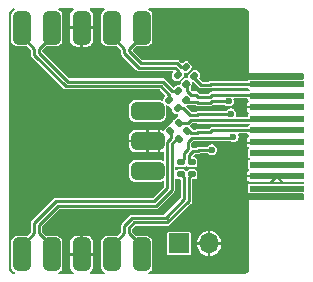
<source format=gbr>
%TF.GenerationSoftware,KiCad,Pcbnew,7.0.10*%
%TF.CreationDate,2024-02-18T21:52:23+13:00*%
%TF.ProjectId,dvi-sock,6476692d-736f-4636-9b2e-6b696361645f,rev?*%
%TF.SameCoordinates,Original*%
%TF.FileFunction,Copper,L1,Top*%
%TF.FilePolarity,Positive*%
%FSLAX46Y46*%
G04 Gerber Fmt 4.6, Leading zero omitted, Abs format (unit mm)*
G04 Created by KiCad (PCBNEW 7.0.10) date 2024-02-18 21:52:23*
%MOMM*%
%LPD*%
G01*
G04 APERTURE LIST*
G04 Aperture macros list*
%AMRoundRect*
0 Rectangle with rounded corners*
0 $1 Rounding radius*
0 $2 $3 $4 $5 $6 $7 $8 $9 X,Y pos of 4 corners*
0 Add a 4 corners polygon primitive as box body*
4,1,4,$2,$3,$4,$5,$6,$7,$8,$9,$2,$3,0*
0 Add four circle primitives for the rounded corners*
1,1,$1+$1,$2,$3*
1,1,$1+$1,$4,$5*
1,1,$1+$1,$6,$7*
1,1,$1+$1,$8,$9*
0 Add four rect primitives between the rounded corners*
20,1,$1+$1,$2,$3,$4,$5,0*
20,1,$1+$1,$4,$5,$6,$7,0*
20,1,$1+$1,$6,$7,$8,$9,0*
20,1,$1+$1,$8,$9,$2,$3,0*%
G04 Aperture macros list end*
%TA.AperFunction,SMDPad,CuDef*%
%ADD10R,4.600000X0.530000*%
%TD*%
%TA.AperFunction,SMDPad,CuDef*%
%ADD11RoundRect,0.135000X-0.226274X-0.035355X-0.035355X-0.226274X0.226274X0.035355X0.035355X0.226274X0*%
%TD*%
%TA.AperFunction,ComponentPad*%
%ADD12R,1.700000X1.700000*%
%TD*%
%TA.AperFunction,ComponentPad*%
%ADD13O,1.700000X1.700000*%
%TD*%
%TA.AperFunction,ComponentPad*%
%ADD14RoundRect,0.381000X-0.381000X-1.019000X0.381000X-1.019000X0.381000X1.019000X-0.381000X1.019000X0*%
%TD*%
%TA.AperFunction,ComponentPad*%
%ADD15C,0.700000*%
%TD*%
%TA.AperFunction,SMDPad,CuDef*%
%ADD16RoundRect,0.135000X0.185000X-0.135000X0.185000X0.135000X-0.185000X0.135000X-0.185000X-0.135000X0*%
%TD*%
%TA.AperFunction,SMDPad,CuDef*%
%ADD17RoundRect,0.135000X0.035355X-0.226274X0.226274X-0.035355X-0.035355X0.226274X-0.226274X0.035355X0*%
%TD*%
%TA.AperFunction,ComponentPad*%
%ADD18RoundRect,0.381000X0.381000X1.019000X-0.381000X1.019000X-0.381000X-1.019000X0.381000X-1.019000X0*%
%TD*%
%TA.AperFunction,ComponentPad*%
%ADD19RoundRect,0.381000X1.019000X-0.381000X1.019000X0.381000X-1.019000X0.381000X-1.019000X-0.381000X0*%
%TD*%
%TA.AperFunction,ViaPad*%
%ADD20C,0.600000*%
%TD*%
%TA.AperFunction,Conductor*%
%ADD21C,0.130000*%
%TD*%
%TA.AperFunction,Conductor*%
%ADD22C,0.250000*%
%TD*%
%TA.AperFunction,Conductor*%
%ADD23C,0.200000*%
%TD*%
G04 APERTURE END LIST*
D10*
%TO.P,U1,19 HEAC+*%
%TO.N,N/C*%
X164426455Y-89024222D03*
%TO.P,U1,17 DDC/CEC GND*%
%TO.N,GND*%
X164426455Y-87964222D03*
%TO.P,U1,15 DDC*%
%TO.N,N/C*%
X164426455Y-86994222D03*
%TO.P,U1,13 CEC*%
X164426455Y-86024222D03*
%TO.P,U1,11 TMDS CLK GND*%
%TO.N,GND*%
X164426455Y-85054222D03*
%TO.P,U1,9 TMDS Channel 0-*%
%TO.N,/D0-*%
X164426455Y-84084222D03*
%TO.P,U1,7 TMDS Channel 0+*%
%TO.N,/D0+*%
X164426455Y-83114222D03*
%TO.P,U1,5 TMDS Channel 1 GND*%
%TO.N,GND*%
X164426455Y-82144222D03*
%TO.P,U1,3 TMDS Channel 2-*%
%TO.N,/D2-*%
X164426455Y-81174222D03*
%TO.P,U1,1 TMDS Channel 2+*%
%TO.N,/D2+*%
X164426455Y-80204222D03*
%TD*%
D11*
%TO.P,R2,1*%
%TO.N,/PICO_D2-*%
X156039376Y-79439376D03*
%TO.P,R2,2*%
%TO.N,/D2-*%
X156760624Y-80160624D03*
%TD*%
D12*
%TO.P,J5,1,Pin_1*%
%TO.N,+5V*%
X156170212Y-93667214D03*
D13*
%TO.P,J5,2,Pin_2*%
%TO.N,GND*%
X158710212Y-93667214D03*
%TD*%
D14*
%TO.P,J1,1,Pin_1*%
%TO.N,/PICO_D0+*%
X142840000Y-94600000D03*
D15*
X142840000Y-95500000D03*
D14*
%TO.P,J1,2,Pin_2*%
%TO.N,/PICO_D0-*%
X145380000Y-94600000D03*
D15*
X145380000Y-95500000D03*
D14*
%TO.P,J1,3,Pin_3*%
%TO.N,GND*%
X147920000Y-94600000D03*
D15*
X147920000Y-95500000D03*
D14*
%TO.P,J1,4,Pin_4*%
%TO.N,/PICO_CK+*%
X150460000Y-94600000D03*
D15*
X150460000Y-95500000D03*
D14*
%TO.P,J1,5,Pin_5*%
%TO.N,/PICO_CK-*%
X153000000Y-94600000D03*
D15*
X153000000Y-95500000D03*
%TD*%
D16*
%TO.P,R8,1*%
%TO.N,/PICO_CK-*%
X157250000Y-87810000D03*
%TO.P,R8,2*%
%TO.N,/CK-*%
X157250000Y-86790000D03*
%TD*%
D17*
%TO.P,R6,1*%
%TO.N,/PICO_D0-*%
X156139376Y-84860624D03*
%TO.P,R6,2*%
%TO.N,/D0-*%
X156860624Y-84139376D03*
%TD*%
D11*
%TO.P,R1,1*%
%TO.N,/PICO_D2+*%
X156739376Y-78739376D03*
%TO.P,R1,2*%
%TO.N,/D2+*%
X157460624Y-79460624D03*
%TD*%
D16*
%TO.P,R7,1*%
%TO.N,/PICO_CK+*%
X156300000Y-87810000D03*
%TO.P,R7,2*%
%TO.N,/CK+*%
X156300000Y-86790000D03*
%TD*%
D11*
%TO.P,R3,1*%
%TO.N,/PICO_D1+*%
X156039376Y-80789376D03*
%TO.P,R3,2*%
%TO.N,/D1+*%
X156760624Y-81510624D03*
%TD*%
D18*
%TO.P,J2,1,Pin_1*%
%TO.N,/PICO_D2+*%
X153000000Y-75400000D03*
D15*
X153000000Y-74500000D03*
D18*
%TO.P,J2,2,Pin_2*%
%TO.N,/PICO_D2-*%
X150460000Y-75400000D03*
D15*
X150460000Y-74500000D03*
D18*
%TO.P,J2,3,Pin_3*%
%TO.N,GND*%
X147920000Y-75400000D03*
D15*
X147920000Y-74500000D03*
D18*
%TO.P,J2,4,Pin_4*%
%TO.N,/PICO_D1+*%
X145380000Y-75400000D03*
D15*
X145380000Y-74500000D03*
D18*
%TO.P,J2,5,Pin_5*%
%TO.N,/PICO_D1-*%
X142840000Y-75400000D03*
D15*
X142840000Y-74500000D03*
%TD*%
D19*
%TO.P,J3,1,Pin_1*%
%TO.N,unconnected-(J3-Pin_1-Pad1)*%
X153500000Y-87540000D03*
D15*
X154400000Y-87540000D03*
D19*
%TO.P,J3,2,Pin_2*%
%TO.N,GND*%
X153500000Y-85000000D03*
D15*
X154400000Y-85000000D03*
D19*
%TO.P,J3,3,Pin_3*%
%TO.N,unconnected-(J3-Pin_3-Pad3)*%
X153500000Y-82460000D03*
D15*
X154400000Y-82460000D03*
%TD*%
D17*
%TO.P,R5,1*%
%TO.N,/PICO_D0+*%
X155439376Y-84160624D03*
%TO.P,R5,2*%
%TO.N,/D0+*%
X156160624Y-83439376D03*
%TD*%
D11*
%TO.P,R4,1*%
%TO.N,/PICO_D1-*%
X155339376Y-81489376D03*
%TO.P,R4,2*%
%TO.N,/D1-*%
X156060624Y-82210624D03*
%TD*%
D20*
%TO.N,/D1+*%
X160354214Y-81634126D03*
%TO.N,/D1-*%
X160547031Y-82688189D03*
%TO.N,/CK+*%
X160752702Y-84642061D03*
%TO.N,/CK-*%
X158943771Y-85736178D03*
%TO.N,GND*%
X155350000Y-82600000D03*
X143260000Y-77370000D03*
X156010000Y-89470000D03*
X158440000Y-79620000D03*
X154500000Y-86300000D03*
X150950000Y-92570000D03*
X157430000Y-80520000D03*
X157540000Y-89750000D03*
X157450000Y-82250000D03*
X154800000Y-74250000D03*
X152600000Y-92600000D03*
X157500000Y-83750000D03*
X154600000Y-81200000D03*
X143300000Y-92500000D03*
X142300000Y-85000000D03*
X154950000Y-95800000D03*
X144900000Y-92500000D03*
X152670000Y-77280000D03*
X155250000Y-79600000D03*
X158200000Y-74250000D03*
X154500000Y-83700000D03*
X157500000Y-85300000D03*
X154500000Y-88800000D03*
X158100000Y-95800000D03*
X144990000Y-77350000D03*
X150950000Y-77440000D03*
%TD*%
D21*
%TO.N,GND*%
X164426455Y-87964222D02*
X159325778Y-87964222D01*
X159325778Y-87964222D02*
X157540000Y-89750000D01*
X164426455Y-85054222D02*
X164343616Y-85137061D01*
X164343616Y-85137061D02*
X157662939Y-85137061D01*
X157662939Y-85137061D02*
X157500000Y-85300000D01*
D22*
%TO.N,/CK+*%
X160752702Y-84642061D02*
X160649764Y-84744999D01*
X160649764Y-84744999D02*
X157233599Y-84744999D01*
%TO.N,/D2+*%
X164426455Y-80204222D02*
X158845778Y-80204222D01*
X158845778Y-80204222D02*
X158800000Y-80250000D01*
%TO.N,/D2-*%
X158800000Y-81250000D02*
X158970874Y-81079126D01*
X164331359Y-81079126D02*
X164426455Y-81174222D01*
X158970874Y-81079126D02*
X164331359Y-81079126D01*
%TO.N,/D1+*%
X160354214Y-81634126D02*
X158915874Y-81634126D01*
X158915874Y-81634126D02*
X158800000Y-81750000D01*
D21*
%TO.N,GND*%
X164426455Y-82144222D02*
X157555778Y-82144222D01*
X157555778Y-82144222D02*
X157450000Y-82250000D01*
D22*
%TO.N,/D0+*%
X156160624Y-83439376D02*
X156960624Y-83439376D01*
X157705011Y-83194989D02*
X157760022Y-83250000D01*
X156960624Y-83439376D02*
X157205011Y-83194989D01*
X157205011Y-83194989D02*
X157705011Y-83194989D01*
X157760022Y-83250000D02*
X164290677Y-83250000D01*
X164290677Y-83250000D02*
X164426455Y-83114222D01*
%TO.N,/D1-*%
X160547031Y-82688189D02*
X160485220Y-82750000D01*
X160485220Y-82750000D02*
X157771417Y-82750000D01*
X157771417Y-82750000D02*
X157716406Y-82805011D01*
X157716406Y-82805011D02*
X157086310Y-82805011D01*
X157086310Y-82805011D02*
X156491923Y-82210624D01*
X156491923Y-82210624D02*
X156060624Y-82210624D01*
%TO.N,/D0-*%
X158800000Y-84250000D02*
X158965778Y-84084222D01*
X158965778Y-84084222D02*
X164426455Y-84084222D01*
%TO.N,/PICO_CK-*%
X153000000Y-93900000D02*
X151920000Y-92820000D01*
X151920000Y-92348702D02*
X152378702Y-91890000D01*
X151920000Y-92820000D02*
X151920000Y-92348702D01*
X155178702Y-91890000D02*
X156965000Y-90103702D01*
X156965000Y-90103702D02*
X156965000Y-88095000D01*
X153000000Y-93900000D02*
X153168702Y-93900000D01*
X152378702Y-91890000D02*
X155178702Y-91890000D01*
X156965000Y-88095000D02*
X157250000Y-87810000D01*
%TO.N,/PICO_CK+*%
X150460000Y-93900000D02*
X151540000Y-92820000D01*
X155021298Y-91510000D02*
X156585000Y-89946298D01*
X151540000Y-92191298D02*
X152221298Y-91510000D01*
X156585000Y-89946298D02*
X156585000Y-88095000D01*
X151540000Y-92820000D02*
X151540000Y-92191298D01*
X156585000Y-88095000D02*
X156300000Y-87810000D01*
X152221298Y-91510000D02*
X155021298Y-91510000D01*
D21*
%TO.N,GND*%
X154400000Y-85000000D02*
X154500000Y-85100000D01*
X154400000Y-85000000D02*
X154500000Y-84900000D01*
X147920000Y-76100000D02*
X147920000Y-77180000D01*
X147920000Y-93900000D02*
X147920000Y-92870000D01*
D23*
X154500000Y-85100000D02*
X154500000Y-86300000D01*
X154500000Y-84900000D02*
X154500000Y-83700000D01*
D22*
%TO.N,/PICO_D0-*%
X155540000Y-89128702D02*
X155540000Y-85210000D01*
X154178702Y-90490000D02*
X155540000Y-89128702D01*
X155889376Y-84860624D02*
X156139376Y-84860624D01*
X144300000Y-92068702D02*
X145878702Y-90490000D01*
X145878702Y-90490000D02*
X154178702Y-90490000D01*
X145380000Y-93900000D02*
X144300000Y-92820000D01*
X144300000Y-92820000D02*
X144300000Y-92068702D01*
X155540000Y-85210000D02*
X155889376Y-84860624D01*
%TO.N,/PICO_D0+*%
X143920000Y-92820000D02*
X143920000Y-91911298D01*
X155500000Y-84712570D02*
X155500000Y-84221248D01*
X155500000Y-84221248D02*
X155439376Y-84160624D01*
X155159980Y-88971318D02*
X155159980Y-85052590D01*
X143920000Y-91911298D02*
X145721298Y-90110000D01*
X145721298Y-90110000D02*
X154021298Y-90110000D01*
X142840000Y-93900000D02*
X143920000Y-92820000D01*
X155159980Y-85052590D02*
X155500000Y-84712570D01*
X154021298Y-90110000D02*
X155159980Y-88971318D01*
%TO.N,/PICO_D1-*%
X142840000Y-76100000D02*
X143920000Y-77180000D01*
X143920000Y-77688702D02*
X146571298Y-80340000D01*
X154621299Y-80340000D02*
X155339376Y-81058077D01*
X146571298Y-80340000D02*
X154621299Y-80340000D01*
X143920000Y-77180000D02*
X143920000Y-77688702D01*
X155339376Y-81058077D02*
X155339376Y-81489376D01*
%TO.N,/PICO_D1+*%
X155608077Y-80789376D02*
X156039376Y-80789376D01*
X154778701Y-79960000D02*
X155608077Y-80789376D01*
X144300000Y-77531298D02*
X146728702Y-79960000D01*
X144300000Y-77180000D02*
X144300000Y-77531298D01*
X146728702Y-79960000D02*
X154778701Y-79960000D01*
X145380000Y-76100000D02*
X144300000Y-77180000D01*
%TO.N,/PICO_D2-*%
X156039376Y-79008077D02*
X156039376Y-79439376D01*
X155821299Y-78790000D02*
X156039376Y-79008077D01*
X151540000Y-77180000D02*
X151540000Y-77558702D01*
X150460000Y-76100000D02*
X151540000Y-77180000D01*
X151540000Y-77558702D02*
X152771298Y-78790000D01*
X152771298Y-78790000D02*
X155821299Y-78790000D01*
%TO.N,/PICO_D2+*%
X151920000Y-77180000D02*
X151920000Y-77401298D01*
X151920000Y-77401298D02*
X152928702Y-78410000D01*
X156308077Y-78739376D02*
X156739376Y-78739376D01*
X152928702Y-78410000D02*
X155978701Y-78410000D01*
X153000000Y-76100000D02*
X151920000Y-77180000D01*
X155978701Y-78410000D02*
X156308077Y-78739376D01*
%TO.N,/D2+*%
X157460624Y-79689207D02*
X158021417Y-80250000D01*
X157460624Y-79460624D02*
X157460624Y-79689207D01*
X158021417Y-80250000D02*
X158800000Y-80250000D01*
%TO.N,/D2-*%
X156760624Y-80160624D02*
X156967959Y-80160624D01*
X156874989Y-80786406D02*
X157163594Y-81075011D01*
X157605011Y-81075011D02*
X157780000Y-81250000D01*
X156967959Y-80160624D02*
X156874989Y-80253594D01*
X156874989Y-80253594D02*
X156874989Y-80786406D01*
X157163594Y-81075011D02*
X157605011Y-81075011D01*
X157780000Y-81250000D02*
X158800000Y-81250000D01*
%TO.N,/D1+*%
X156760624Y-81510624D02*
X156944989Y-81694989D01*
X157716406Y-81694989D02*
X157771417Y-81750000D01*
X156944989Y-81694989D02*
X157716406Y-81694989D01*
X157771417Y-81750000D02*
X158800000Y-81750000D01*
%TO.N,/D0-*%
X157771417Y-84250000D02*
X158800000Y-84250000D01*
X157716406Y-84305011D02*
X157771417Y-84250000D01*
X156860624Y-84139376D02*
X157017959Y-84139376D01*
X157183594Y-84305011D02*
X157716406Y-84305011D01*
X157017959Y-84139376D02*
X157183594Y-84305011D01*
%TO.N,/CK+*%
X156939299Y-85039299D02*
X156939299Y-85660701D01*
X156300000Y-86790000D02*
X156600000Y-86490000D01*
X156939299Y-85660701D02*
X156600000Y-86000000D01*
X156939299Y-85039299D02*
X157233599Y-84744999D01*
X156600000Y-86490000D02*
X156600000Y-86000000D01*
%TO.N,/CK-*%
X157250000Y-86790000D02*
X157000000Y-86540000D01*
X157871402Y-85750000D02*
X158800000Y-85750000D01*
X157766401Y-85855001D02*
X157871402Y-85750000D01*
X157000000Y-86540000D02*
X157000000Y-86200000D01*
X157000000Y-86200000D02*
X157344999Y-85855001D01*
X157344999Y-85855001D02*
X157766401Y-85855001D01*
%TD*%
%TA.AperFunction,Conductor*%
%TO.N,GND*%
G36*
X155926500Y-88163823D02*
G01*
X155941826Y-88175583D01*
X155950859Y-88184616D01*
X156048502Y-88227730D01*
X156072377Y-88230500D01*
X156235500Y-88230499D01*
X156283066Y-88247811D01*
X156308376Y-88291649D01*
X156309500Y-88304499D01*
X156309500Y-89801530D01*
X156292187Y-89849096D01*
X156287826Y-89853856D01*
X154928856Y-91212826D01*
X154882980Y-91234218D01*
X154876530Y-91234500D01*
X152255718Y-91234500D01*
X152241281Y-91233078D01*
X152221298Y-91229103D01*
X152221297Y-91229103D01*
X152194166Y-91234500D01*
X152194165Y-91234500D01*
X152178181Y-91237679D01*
X152113804Y-91250484D01*
X152113802Y-91250485D01*
X152071833Y-91278525D01*
X152071834Y-91278526D01*
X152045677Y-91296005D01*
X152045676Y-91296006D01*
X152045674Y-91296007D01*
X152037972Y-91301153D01*
X152022673Y-91311376D01*
X152022672Y-91311377D01*
X152011351Y-91328319D01*
X152002151Y-91339529D01*
X151369529Y-91972151D01*
X151358319Y-91981351D01*
X151341377Y-91992672D01*
X151341375Y-91992674D01*
X151280484Y-92083804D01*
X151279422Y-92087306D01*
X151279063Y-92090952D01*
X151259103Y-92191298D01*
X151263078Y-92211281D01*
X151264500Y-92225718D01*
X151264500Y-92675231D01*
X151247187Y-92722797D01*
X151242826Y-92727557D01*
X150942214Y-93028168D01*
X150896337Y-93049560D01*
X150884837Y-93049375D01*
X150884822Y-93049632D01*
X150882614Y-93049500D01*
X150037387Y-93049500D01*
X150037385Y-93049501D01*
X149951983Y-93059755D01*
X149951979Y-93059756D01*
X149816057Y-93113356D01*
X149699639Y-93201638D01*
X149699638Y-93201639D01*
X149611356Y-93318057D01*
X149557757Y-93453976D01*
X149547500Y-93539387D01*
X149547500Y-95660612D01*
X149547501Y-95660614D01*
X149557755Y-95746016D01*
X149557756Y-95746020D01*
X149557756Y-95746022D01*
X149557757Y-95746023D01*
X149557983Y-95746595D01*
X149611356Y-95881942D01*
X149696901Y-95994750D01*
X149699639Y-95998361D01*
X149816057Y-96086643D01*
X149838472Y-96095482D01*
X149876371Y-96129036D01*
X149883835Y-96179102D01*
X149857371Y-96222252D01*
X149811338Y-96238323D01*
X148666054Y-96238501D01*
X148618485Y-96221196D01*
X148593168Y-96177362D01*
X148601950Y-96127511D01*
X148620994Y-96105792D01*
X148715375Y-96033372D01*
X148715376Y-96033371D01*
X148808500Y-95912009D01*
X148808502Y-95912005D01*
X148867045Y-95770670D01*
X148882000Y-95657075D01*
X148882000Y-94700000D01*
X146958001Y-94700000D01*
X146958001Y-95657075D01*
X146972954Y-95770668D01*
X146972955Y-95770672D01*
X147031497Y-95912005D01*
X147031499Y-95912009D01*
X147124623Y-96033371D01*
X147124628Y-96033376D01*
X147219307Y-96106025D01*
X147246505Y-96148716D01*
X147239898Y-96198902D01*
X147202578Y-96233100D01*
X147174271Y-96238733D01*
X146027193Y-96238912D01*
X145979624Y-96221607D01*
X145954307Y-96177773D01*
X145963089Y-96127922D01*
X146000035Y-96096071D01*
X146023943Y-96086643D01*
X146140361Y-95998361D01*
X146228643Y-95881943D01*
X146282243Y-95746023D01*
X146292500Y-95660611D01*
X146292499Y-94500000D01*
X146958000Y-94500000D01*
X147820000Y-94500000D01*
X147820000Y-94390764D01*
X147884237Y-94400000D01*
X147955763Y-94400000D01*
X148020000Y-94390764D01*
X148020000Y-94500000D01*
X148881999Y-94500000D01*
X148881999Y-93542924D01*
X148867045Y-93429331D01*
X148867044Y-93429327D01*
X148808502Y-93287994D01*
X148808500Y-93287990D01*
X148715376Y-93166628D01*
X148715371Y-93166623D01*
X148594009Y-93073499D01*
X148594005Y-93073497D01*
X148452670Y-93014954D01*
X148339075Y-93000000D01*
X148020000Y-93000000D01*
X148020000Y-93409235D01*
X147955763Y-93400000D01*
X147884237Y-93400000D01*
X147820000Y-93409235D01*
X147820000Y-93000000D01*
X147500924Y-93000000D01*
X147387331Y-93014954D01*
X147387327Y-93014955D01*
X147245994Y-93073497D01*
X147245990Y-93073499D01*
X147124628Y-93166623D01*
X147124623Y-93166628D01*
X147031499Y-93287990D01*
X147031497Y-93287994D01*
X146972954Y-93429329D01*
X146958000Y-93542924D01*
X146958000Y-94500000D01*
X146292499Y-94500000D01*
X146292499Y-93539390D01*
X146284773Y-93475048D01*
X146282244Y-93453983D01*
X146282243Y-93453979D01*
X146282243Y-93453977D01*
X146228643Y-93318057D01*
X146140361Y-93201639D01*
X146094186Y-93166623D01*
X146023942Y-93113356D01*
X145888023Y-93059757D01*
X145802612Y-93049500D01*
X144957390Y-93049500D01*
X144955183Y-93049633D01*
X144955111Y-93048439D01*
X144909593Y-93037764D01*
X144897785Y-93028169D01*
X144597174Y-92727558D01*
X144575782Y-92681682D01*
X144575500Y-92675232D01*
X144575500Y-92213470D01*
X144592813Y-92165904D01*
X144597174Y-92161144D01*
X145971144Y-90787174D01*
X146017020Y-90765782D01*
X146023470Y-90765500D01*
X154144282Y-90765500D01*
X154158718Y-90766921D01*
X154178702Y-90770897D01*
X154178703Y-90770897D01*
X154183324Y-90769977D01*
X154205834Y-90765500D01*
X154205835Y-90765500D01*
X154286197Y-90749515D01*
X154328167Y-90721471D01*
X154354324Y-90703994D01*
X154354325Y-90703992D01*
X154362339Y-90698638D01*
X154362340Y-90698636D01*
X154377326Y-90688624D01*
X154388646Y-90671681D01*
X154397843Y-90660474D01*
X155710473Y-89347843D01*
X155721676Y-89338649D01*
X155738624Y-89327326D01*
X155799515Y-89236197D01*
X155815500Y-89155835D01*
X155815500Y-89155834D01*
X155820897Y-89128702D01*
X155816922Y-89108717D01*
X155815500Y-89094281D01*
X155815500Y-88227909D01*
X155832813Y-88180343D01*
X155876650Y-88155033D01*
X155926500Y-88163823D01*
G37*
%TD.AperFunction*%
%TA.AperFunction,Conductor*%
G36*
X161962835Y-84377035D02*
G01*
X161983637Y-84405406D01*
X161984688Y-84407944D01*
X162017950Y-84457725D01*
X162017951Y-84457726D01*
X162048182Y-84477926D01*
X162078114Y-84518748D01*
X162074803Y-84569258D01*
X162048182Y-84600984D01*
X161982263Y-84645029D01*
X161982262Y-84645030D01*
X161938058Y-84711186D01*
X161926455Y-84769524D01*
X161926455Y-85338919D01*
X161938058Y-85397257D01*
X161982262Y-85463413D01*
X161982263Y-85463414D01*
X162048182Y-85507459D01*
X162078114Y-85548280D01*
X162074803Y-85598791D01*
X162048184Y-85630516D01*
X162017951Y-85650717D01*
X162017950Y-85650718D01*
X161984688Y-85700499D01*
X161984688Y-85700500D01*
X161975955Y-85744402D01*
X161975955Y-86304042D01*
X161984688Y-86347944D01*
X162017951Y-86397726D01*
X162067733Y-86430989D01*
X162096162Y-86436644D01*
X162139437Y-86462904D01*
X162155707Y-86510837D01*
X162137361Y-86558014D01*
X162096162Y-86581799D01*
X162086287Y-86583764D01*
X162067732Y-86587455D01*
X162017951Y-86620717D01*
X162017950Y-86620718D01*
X161984688Y-86670499D01*
X161975955Y-86714402D01*
X161975955Y-87274041D01*
X161984688Y-87317944D01*
X162017950Y-87367725D01*
X162017951Y-87367726D01*
X162048182Y-87387926D01*
X162078114Y-87428748D01*
X162074803Y-87479258D01*
X162048182Y-87510984D01*
X161982263Y-87555029D01*
X161982262Y-87555030D01*
X161938058Y-87621186D01*
X161926455Y-87679524D01*
X161926455Y-88248919D01*
X161938058Y-88307257D01*
X161982262Y-88373413D01*
X161982263Y-88373414D01*
X162048419Y-88417618D01*
X162106758Y-88429222D01*
X163820034Y-88429222D01*
X164102876Y-88429222D01*
X164750034Y-88429222D01*
X164426455Y-88105643D01*
X164102876Y-88429221D01*
X164102876Y-88429222D01*
X163820034Y-88429222D01*
X164374129Y-87875127D01*
X164420005Y-87853735D01*
X164468900Y-87866836D01*
X164478781Y-87875127D01*
X165032876Y-88429222D01*
X166652000Y-88429222D01*
X166699566Y-88446535D01*
X166724876Y-88490372D01*
X166726000Y-88503222D01*
X166726000Y-88534722D01*
X166708687Y-88582288D01*
X166664850Y-88607598D01*
X166652000Y-88608722D01*
X162111635Y-88608722D01*
X162089684Y-88613088D01*
X162067732Y-88617455D01*
X162017951Y-88650717D01*
X162017950Y-88650718D01*
X161984688Y-88700499D01*
X161984688Y-88700500D01*
X161975955Y-88744402D01*
X161975955Y-89304042D01*
X161984688Y-89347944D01*
X162017951Y-89397726D01*
X162067733Y-89430989D01*
X162111635Y-89439722D01*
X166652000Y-89439722D01*
X166699566Y-89457035D01*
X166724876Y-89500872D01*
X166726000Y-89513722D01*
X166726000Y-89914700D01*
X166708687Y-89962266D01*
X166664850Y-89987576D01*
X166652000Y-89988700D01*
X162142809Y-89988700D01*
X162138461Y-89987835D01*
X162125998Y-89987835D01*
X162123911Y-89988699D01*
X162123912Y-89988700D01*
X162117963Y-89991164D01*
X162114635Y-89999199D01*
X162114635Y-90011661D01*
X162115500Y-90016010D01*
X162115500Y-95735643D01*
X162115492Y-95735697D01*
X162115497Y-95745158D01*
X162114869Y-95754816D01*
X162100264Y-95866218D01*
X162095272Y-95884887D01*
X162054193Y-95984184D01*
X162044535Y-96000926D01*
X161979144Y-96086201D01*
X161965482Y-96099870D01*
X161880244Y-96165303D01*
X161863509Y-96174969D01*
X161764228Y-96216103D01*
X161745559Y-96221105D01*
X161633492Y-96235855D01*
X161623847Y-96236488D01*
X153650196Y-96237727D01*
X153602628Y-96220422D01*
X153577311Y-96176588D01*
X153586093Y-96126737D01*
X153623040Y-96094886D01*
X153643940Y-96086644D01*
X153643939Y-96086644D01*
X153643943Y-96086643D01*
X153760361Y-95998361D01*
X153848643Y-95881943D01*
X153902243Y-95746023D01*
X153912500Y-95660611D01*
X153912499Y-94532034D01*
X155169712Y-94532034D01*
X155178445Y-94575936D01*
X155211708Y-94625718D01*
X155261490Y-94658981D01*
X155305392Y-94667714D01*
X155305393Y-94667714D01*
X157035031Y-94667714D01*
X157035032Y-94667714D01*
X157078934Y-94658981D01*
X157128716Y-94625718D01*
X157161979Y-94575936D01*
X157170712Y-94532034D01*
X157170712Y-93767214D01*
X157664980Y-93767214D01*
X157675404Y-93873051D01*
X157735445Y-94070978D01*
X157832943Y-94253383D01*
X157832949Y-94253392D01*
X157964157Y-94413268D01*
X158124033Y-94544476D01*
X158124042Y-94544482D01*
X158306447Y-94641980D01*
X158504374Y-94702021D01*
X158610212Y-94712444D01*
X158610212Y-94157978D01*
X158674449Y-94167214D01*
X158745975Y-94167214D01*
X158810212Y-94157978D01*
X158810212Y-94712444D01*
X158916049Y-94702021D01*
X159113976Y-94641980D01*
X159296381Y-94544482D01*
X159296390Y-94544476D01*
X159456266Y-94413268D01*
X159587474Y-94253392D01*
X159587480Y-94253383D01*
X159684978Y-94070978D01*
X159745019Y-93873051D01*
X159755444Y-93767214D01*
X159201958Y-93767214D01*
X159210212Y-93739103D01*
X159210212Y-93595325D01*
X159201958Y-93567214D01*
X159755443Y-93567214D01*
X159745019Y-93461376D01*
X159684978Y-93263449D01*
X159587480Y-93081044D01*
X159587474Y-93081035D01*
X159456266Y-92921159D01*
X159296390Y-92789951D01*
X159296381Y-92789945D01*
X159113976Y-92692447D01*
X158916049Y-92632406D01*
X158810212Y-92621982D01*
X158810212Y-93176449D01*
X158745975Y-93167214D01*
X158674449Y-93167214D01*
X158610212Y-93176449D01*
X158610212Y-92621982D01*
X158504374Y-92632406D01*
X158306447Y-92692447D01*
X158124042Y-92789945D01*
X158124033Y-92789951D01*
X157964157Y-92921159D01*
X157832949Y-93081035D01*
X157832943Y-93081044D01*
X157735445Y-93263449D01*
X157675404Y-93461376D01*
X157664980Y-93567214D01*
X158218466Y-93567214D01*
X158210212Y-93595325D01*
X158210212Y-93739103D01*
X158218466Y-93767214D01*
X157664980Y-93767214D01*
X157170712Y-93767214D01*
X157170712Y-92802394D01*
X157161979Y-92758492D01*
X157128716Y-92708710D01*
X157088265Y-92681682D01*
X157078934Y-92675447D01*
X157077848Y-92675231D01*
X157035032Y-92666714D01*
X155305392Y-92666714D01*
X155283441Y-92671080D01*
X155261489Y-92675447D01*
X155211708Y-92708709D01*
X155211707Y-92708710D01*
X155178445Y-92758491D01*
X155178445Y-92758492D01*
X155169712Y-92802394D01*
X155169712Y-94532034D01*
X153912499Y-94532034D01*
X153912499Y-93539390D01*
X153904773Y-93475048D01*
X153902244Y-93453983D01*
X153902243Y-93453979D01*
X153902243Y-93453977D01*
X153848643Y-93318057D01*
X153760361Y-93201639D01*
X153714186Y-93166623D01*
X153643942Y-93113356D01*
X153508023Y-93059757D01*
X153422612Y-93049500D01*
X152577390Y-93049500D01*
X152575183Y-93049633D01*
X152575111Y-93048439D01*
X152529593Y-93037764D01*
X152517785Y-93028169D01*
X152217174Y-92727558D01*
X152195782Y-92681682D01*
X152195500Y-92675232D01*
X152195500Y-92493470D01*
X152212813Y-92445904D01*
X152217174Y-92441144D01*
X152471144Y-92187174D01*
X152517020Y-92165782D01*
X152523470Y-92165500D01*
X155144282Y-92165500D01*
X155158718Y-92166921D01*
X155178702Y-92170897D01*
X155178703Y-92170897D01*
X155183324Y-92169977D01*
X155205834Y-92165500D01*
X155205835Y-92165500D01*
X155286197Y-92149515D01*
X155345452Y-92109922D01*
X155354324Y-92103994D01*
X155354324Y-92103992D01*
X155362337Y-92098639D01*
X155362338Y-92098637D01*
X155377326Y-92088624D01*
X155388646Y-92071681D01*
X155397843Y-92060474D01*
X157135473Y-90322843D01*
X157146676Y-90313649D01*
X157163624Y-90302326D01*
X157224515Y-90211197D01*
X157240500Y-90130835D01*
X157240500Y-90130834D01*
X157245897Y-90103702D01*
X157241922Y-90083717D01*
X157240500Y-90069281D01*
X157240500Y-88304499D01*
X157257813Y-88256933D01*
X157301650Y-88231623D01*
X157314500Y-88230499D01*
X157477622Y-88230499D01*
X157501498Y-88227730D01*
X157599141Y-88184616D01*
X157674616Y-88109141D01*
X157717730Y-88011498D01*
X157720500Y-87987623D01*
X157720499Y-87632378D01*
X157717730Y-87608502D01*
X157674616Y-87510859D01*
X157599141Y-87435384D01*
X157501498Y-87392270D01*
X157477623Y-87389500D01*
X157477619Y-87389500D01*
X157022377Y-87389500D01*
X156998504Y-87392269D01*
X156900858Y-87435384D01*
X156827326Y-87508917D01*
X156781450Y-87530309D01*
X156732555Y-87517208D01*
X156722674Y-87508917D01*
X156649142Y-87435385D01*
X156649141Y-87435384D01*
X156551498Y-87392270D01*
X156527623Y-87389500D01*
X156527619Y-87389500D01*
X156072377Y-87389500D01*
X156048504Y-87392269D01*
X155950858Y-87435384D01*
X155941826Y-87444417D01*
X155895950Y-87465809D01*
X155847055Y-87452708D01*
X155818021Y-87411244D01*
X155815500Y-87392091D01*
X155815500Y-87207909D01*
X155832813Y-87160343D01*
X155876650Y-87135033D01*
X155926500Y-87143823D01*
X155941826Y-87155583D01*
X155950859Y-87164616D01*
X156048502Y-87207730D01*
X156072377Y-87210500D01*
X156527622Y-87210499D01*
X156551498Y-87207730D01*
X156649141Y-87164616D01*
X156722674Y-87091083D01*
X156768550Y-87069691D01*
X156817445Y-87082792D01*
X156827326Y-87091083D01*
X156900859Y-87164616D01*
X156998502Y-87207730D01*
X157022377Y-87210500D01*
X157477622Y-87210499D01*
X157501498Y-87207730D01*
X157599141Y-87164616D01*
X157674616Y-87089141D01*
X157717730Y-86991498D01*
X157720500Y-86967623D01*
X157720499Y-86612378D01*
X157717730Y-86588502D01*
X157674616Y-86490859D01*
X157599141Y-86415384D01*
X157501498Y-86372270D01*
X157477623Y-86369500D01*
X157477619Y-86369500D01*
X157398768Y-86369500D01*
X157351202Y-86352187D01*
X157325892Y-86308350D01*
X157334682Y-86258500D01*
X157346442Y-86243174D01*
X157437441Y-86152175D01*
X157483317Y-86130783D01*
X157489767Y-86130501D01*
X157731981Y-86130501D01*
X157746417Y-86131922D01*
X157766401Y-86135898D01*
X157766402Y-86135898D01*
X157771023Y-86134978D01*
X157793533Y-86130501D01*
X157793534Y-86130501D01*
X157873896Y-86114516D01*
X157915866Y-86086472D01*
X157942023Y-86068995D01*
X157942024Y-86068993D01*
X157950038Y-86063639D01*
X157950039Y-86063637D01*
X157965025Y-86053625D01*
X157965027Y-86053621D01*
X157970178Y-86048472D01*
X157972374Y-86050668D01*
X158002652Y-86028460D01*
X158023371Y-86025500D01*
X158564578Y-86025500D01*
X158612144Y-86042813D01*
X158620504Y-86051041D01*
X158645718Y-86080141D01*
X158645719Y-86080142D01*
X158645722Y-86080145D01*
X158754702Y-86150182D01*
X158878999Y-86186678D01*
X159008543Y-86186678D01*
X159132840Y-86150182D01*
X159241820Y-86080145D01*
X159326653Y-85982241D01*
X159380468Y-85864404D01*
X159398904Y-85736178D01*
X159380468Y-85607952D01*
X159326653Y-85490115D01*
X159241820Y-85392211D01*
X159150990Y-85333838D01*
X159132839Y-85322173D01*
X159008543Y-85285678D01*
X158878999Y-85285678D01*
X158754702Y-85322173D01*
X158645725Y-85392209D01*
X158645718Y-85392214D01*
X158596550Y-85448959D01*
X158552316Y-85473570D01*
X158540624Y-85474500D01*
X157905822Y-85474500D01*
X157891385Y-85473078D01*
X157871402Y-85469103D01*
X157871401Y-85469103D01*
X157844270Y-85474500D01*
X157844269Y-85474500D01*
X157828285Y-85477679D01*
X157763908Y-85490484D01*
X157763906Y-85490485D01*
X157721937Y-85518525D01*
X157721938Y-85518526D01*
X157700775Y-85532668D01*
X157695780Y-85536006D01*
X157695778Y-85536007D01*
X157688076Y-85541153D01*
X157672777Y-85551376D01*
X157667625Y-85556529D01*
X157665428Y-85554332D01*
X157635151Y-85576541D01*
X157614432Y-85579501D01*
X157379419Y-85579501D01*
X157364982Y-85578079D01*
X157348050Y-85574711D01*
X157344999Y-85574104D01*
X157344998Y-85574104D01*
X157303235Y-85582411D01*
X157253206Y-85574711D01*
X157219830Y-85536653D01*
X157214799Y-85509833D01*
X157214799Y-85184067D01*
X157232112Y-85136501D01*
X157236473Y-85131741D01*
X157326041Y-85042173D01*
X157371917Y-85020781D01*
X157378367Y-85020499D01*
X160486563Y-85020499D01*
X160526569Y-85032245D01*
X160563633Y-85056065D01*
X160687930Y-85092561D01*
X160817474Y-85092561D01*
X160941771Y-85056065D01*
X161050751Y-84986028D01*
X161135584Y-84888124D01*
X161189399Y-84770287D01*
X161207835Y-84642061D01*
X161189399Y-84513835D01*
X161166850Y-84464462D01*
X161162840Y-84414003D01*
X161192201Y-84372770D01*
X161234164Y-84359722D01*
X161915269Y-84359722D01*
X161962835Y-84377035D01*
G37*
%TD.AperFunction*%
%TA.AperFunction,Conductor*%
G36*
X142203818Y-73784041D02*
G01*
X142234634Y-73824199D01*
X142232426Y-73874770D01*
X142200335Y-73910951D01*
X142196058Y-73913356D01*
X142079639Y-74001638D01*
X142079638Y-74001639D01*
X141991356Y-74118057D01*
X141937757Y-74253976D01*
X141927500Y-74339387D01*
X141927500Y-76460612D01*
X141927501Y-76460614D01*
X141937755Y-76546016D01*
X141937756Y-76546020D01*
X141937756Y-76546022D01*
X141937757Y-76546023D01*
X141947476Y-76570668D01*
X141991356Y-76681942D01*
X142014157Y-76712009D01*
X142079639Y-76798361D01*
X142196057Y-76886643D01*
X142331977Y-76940243D01*
X142417389Y-76950500D01*
X143262610Y-76950499D01*
X143262612Y-76950499D01*
X143264820Y-76950367D01*
X143264894Y-76951606D01*
X143310279Y-76962151D01*
X143322214Y-76971830D01*
X143622826Y-77272442D01*
X143644218Y-77318318D01*
X143644500Y-77324768D01*
X143644500Y-77654281D01*
X143643078Y-77668717D01*
X143639103Y-77688701D01*
X143639103Y-77688702D01*
X143644500Y-77715834D01*
X143660485Y-77796197D01*
X143721377Y-77887327D01*
X143738314Y-77898644D01*
X143749529Y-77907847D01*
X146352151Y-80510469D01*
X146361353Y-80521682D01*
X146372673Y-80538623D01*
X146372674Y-80538624D01*
X146392649Y-80551971D01*
X146392653Y-80551974D01*
X146463804Y-80599516D01*
X146571297Y-80620897D01*
X146571298Y-80620897D01*
X146571299Y-80620897D01*
X146591283Y-80616922D01*
X146605719Y-80615500D01*
X154476531Y-80615500D01*
X154524097Y-80632813D01*
X154528857Y-80637174D01*
X155010553Y-81118870D01*
X155031945Y-81164746D01*
X155018844Y-81213641D01*
X155010553Y-81223522D01*
X154881085Y-81352990D01*
X154866161Y-81371830D01*
X154866159Y-81371834D01*
X154827603Y-81471360D01*
X154827603Y-81520634D01*
X154810290Y-81568200D01*
X154766453Y-81593510D01*
X154726456Y-81589475D01*
X154646023Y-81557757D01*
X154560612Y-81547500D01*
X152439387Y-81547500D01*
X152439385Y-81547501D01*
X152353983Y-81557755D01*
X152353979Y-81557756D01*
X152218057Y-81611356D01*
X152101639Y-81699638D01*
X152101638Y-81699639D01*
X152013356Y-81816057D01*
X151959757Y-81951976D01*
X151949500Y-82037387D01*
X151949500Y-82882612D01*
X151949501Y-82882614D01*
X151959755Y-82968016D01*
X151959756Y-82968020D01*
X152013356Y-83103942D01*
X152045677Y-83146563D01*
X152101639Y-83220361D01*
X152218057Y-83308643D01*
X152353977Y-83362243D01*
X152439389Y-83372500D01*
X154560610Y-83372499D01*
X154560612Y-83372499D01*
X154560612Y-83372498D01*
X154625963Y-83364651D01*
X154646016Y-83362244D01*
X154646017Y-83362243D01*
X154646023Y-83362243D01*
X154781943Y-83308643D01*
X154898361Y-83220361D01*
X154986643Y-83103943D01*
X155040243Y-82968023D01*
X155050500Y-82882611D01*
X155050499Y-82037390D01*
X155050498Y-82037387D01*
X155050414Y-82035973D01*
X155050499Y-82035687D01*
X155050499Y-82035178D01*
X155050651Y-82035178D01*
X155064854Y-81987457D01*
X155107101Y-81959574D01*
X155151014Y-81962549D01*
X155151119Y-81962589D01*
X155151122Y-81962592D01*
X155250652Y-82001149D01*
X155270497Y-82001149D01*
X155318063Y-82018462D01*
X155322823Y-82022823D01*
X155514392Y-82214392D01*
X155522417Y-82217313D01*
X155547727Y-82261150D01*
X155548851Y-82274000D01*
X155548851Y-82299349D01*
X155566235Y-82344223D01*
X155587408Y-82398878D01*
X155602332Y-82417719D01*
X155853529Y-82668915D01*
X155872370Y-82683840D01*
X155971900Y-82722397D01*
X155971901Y-82722397D01*
X156026000Y-82722397D01*
X156073566Y-82739710D01*
X156098876Y-82783547D01*
X156100000Y-82796397D01*
X156100000Y-82866025D01*
X156082687Y-82913591D01*
X156052732Y-82935028D01*
X155972371Y-82966159D01*
X155953530Y-82981083D01*
X155953523Y-82981089D01*
X155702333Y-83232280D01*
X155687409Y-83251120D01*
X155687407Y-83251123D01*
X155648046Y-83352731D01*
X155614720Y-83390832D01*
X155607247Y-83392752D01*
X155388006Y-83611993D01*
X155382687Y-83626608D01*
X155352732Y-83648045D01*
X155251123Y-83687407D01*
X155232282Y-83702331D01*
X155232275Y-83702337D01*
X154981085Y-83953528D01*
X154966161Y-83972368D01*
X154966159Y-83972372D01*
X154925126Y-84078294D01*
X154922007Y-84077085D01*
X154902966Y-84109227D01*
X154855209Y-84126005D01*
X154816883Y-84112755D01*
X154816209Y-84113924D01*
X154812005Y-84111497D01*
X154670670Y-84052954D01*
X154557075Y-84038000D01*
X153600000Y-84038000D01*
X153600000Y-85961999D01*
X154557075Y-85961999D01*
X154670668Y-85947045D01*
X154670672Y-85947044D01*
X154782162Y-85900864D01*
X154832732Y-85898656D01*
X154872891Y-85929471D01*
X154884480Y-85969231D01*
X154884480Y-86623064D01*
X154867167Y-86670630D01*
X154823330Y-86695940D01*
X154783333Y-86691905D01*
X154646023Y-86637757D01*
X154560612Y-86627500D01*
X152439387Y-86627500D01*
X152439385Y-86627501D01*
X152353983Y-86637755D01*
X152353979Y-86637756D01*
X152218057Y-86691356D01*
X152101639Y-86779638D01*
X152101638Y-86779639D01*
X152013356Y-86896057D01*
X151959757Y-87031976D01*
X151949500Y-87117387D01*
X151949500Y-87962612D01*
X151949501Y-87962614D01*
X151959755Y-88048016D01*
X151959756Y-88048020D01*
X152013356Y-88183942D01*
X152095033Y-88291649D01*
X152101639Y-88300361D01*
X152218057Y-88388643D01*
X152353977Y-88442243D01*
X152439389Y-88452500D01*
X154560610Y-88452499D01*
X154560612Y-88452499D01*
X154560612Y-88452498D01*
X154625963Y-88444651D01*
X154646016Y-88442244D01*
X154646017Y-88442243D01*
X154646023Y-88442243D01*
X154781943Y-88388643D01*
X154781945Y-88388641D01*
X154783333Y-88388094D01*
X154833934Y-88386750D01*
X154873561Y-88418246D01*
X154884480Y-88456935D01*
X154884480Y-88826550D01*
X154867167Y-88874116D01*
X154862806Y-88878876D01*
X153928856Y-89812826D01*
X153882980Y-89834218D01*
X153876530Y-89834500D01*
X145755718Y-89834500D01*
X145741281Y-89833078D01*
X145721298Y-89829103D01*
X145721297Y-89829103D01*
X145694166Y-89834500D01*
X145694165Y-89834500D01*
X145678181Y-89837679D01*
X145613804Y-89850484D01*
X145613802Y-89850485D01*
X145571833Y-89878525D01*
X145571834Y-89878526D01*
X145545677Y-89896005D01*
X145545676Y-89896006D01*
X145545674Y-89896007D01*
X145537972Y-89901153D01*
X145522673Y-89911376D01*
X145522672Y-89911377D01*
X145511351Y-89928319D01*
X145502151Y-89939529D01*
X143749529Y-91692151D01*
X143738319Y-91701351D01*
X143721377Y-91712672D01*
X143721375Y-91712674D01*
X143660484Y-91803804D01*
X143659422Y-91807306D01*
X143659063Y-91810952D01*
X143639103Y-91911298D01*
X143643078Y-91931281D01*
X143644500Y-91945718D01*
X143644500Y-92675231D01*
X143627187Y-92722797D01*
X143622826Y-92727557D01*
X143322214Y-93028168D01*
X143276337Y-93049560D01*
X143264837Y-93049375D01*
X143264822Y-93049632D01*
X143262614Y-93049500D01*
X142417387Y-93049500D01*
X142417385Y-93049501D01*
X142331983Y-93059755D01*
X142331979Y-93059756D01*
X142196057Y-93113356D01*
X142079639Y-93201638D01*
X142079638Y-93201639D01*
X141991356Y-93318057D01*
X141937757Y-93453976D01*
X141927500Y-93539387D01*
X141927500Y-95660612D01*
X141927501Y-95660614D01*
X141937755Y-95746016D01*
X141937756Y-95746020D01*
X141937756Y-95746022D01*
X141937757Y-95746023D01*
X141937983Y-95746595D01*
X141991356Y-95881942D01*
X142079638Y-95998360D01*
X142079639Y-95998361D01*
X142196057Y-96086643D01*
X142200329Y-96089045D01*
X142233304Y-96127450D01*
X142233879Y-96178066D01*
X142201784Y-96217209D01*
X142154399Y-96226914D01*
X142132966Y-96224092D01*
X142114307Y-96219092D01*
X142014248Y-96177646D01*
X141997519Y-96167987D01*
X141911600Y-96102059D01*
X141897940Y-96088399D01*
X141832012Y-96002480D01*
X141822353Y-95985751D01*
X141780907Y-95885692D01*
X141775907Y-95867032D01*
X141768072Y-95807520D01*
X141761133Y-95754808D01*
X141760500Y-95745149D01*
X141760500Y-84900000D01*
X151900000Y-84900000D01*
X152308254Y-84900000D01*
X152300000Y-84928111D01*
X152300000Y-85071889D01*
X152308254Y-85100000D01*
X151900001Y-85100000D01*
X151900001Y-85419075D01*
X151914954Y-85532668D01*
X151914955Y-85532672D01*
X151973497Y-85674005D01*
X151973499Y-85674009D01*
X152066623Y-85795371D01*
X152066628Y-85795376D01*
X152187990Y-85888500D01*
X152187994Y-85888502D01*
X152329329Y-85947045D01*
X152442924Y-85961999D01*
X153400000Y-85961999D01*
X153400000Y-85100000D01*
X153291746Y-85100000D01*
X153300000Y-85071889D01*
X153300000Y-84928111D01*
X153291746Y-84900000D01*
X153400000Y-84900000D01*
X153400000Y-84038000D01*
X152442924Y-84038000D01*
X152329331Y-84052954D01*
X152329327Y-84052955D01*
X152187994Y-84111497D01*
X152187990Y-84111499D01*
X152066628Y-84204623D01*
X152066623Y-84204628D01*
X151973499Y-84325990D01*
X151973497Y-84325994D01*
X151914954Y-84467329D01*
X151900000Y-84580924D01*
X151900000Y-84900000D01*
X141760500Y-84900000D01*
X141760500Y-74254850D01*
X141761133Y-74245191D01*
X141763221Y-74229329D01*
X141775907Y-74132964D01*
X141780907Y-74114307D01*
X141822355Y-74014242D01*
X141832008Y-73997525D01*
X141897941Y-73911598D01*
X141911598Y-73897941D01*
X141997525Y-73832008D01*
X142014242Y-73822355D01*
X142114309Y-73780906D01*
X142132962Y-73775908D01*
X142154401Y-73773085D01*
X142203818Y-73784041D01*
G37*
%TD.AperFunction*%
%TA.AperFunction,Conductor*%
G36*
X157612784Y-83482960D02*
G01*
X157652527Y-83509515D01*
X157760022Y-83530897D01*
X157780005Y-83526921D01*
X157794442Y-83525500D01*
X162080328Y-83525500D01*
X162127894Y-83542813D01*
X162153204Y-83586650D01*
X162144414Y-83636500D01*
X162105637Y-83669037D01*
X162094767Y-83672077D01*
X162080749Y-83674865D01*
X162067732Y-83677455D01*
X162017951Y-83710717D01*
X162017950Y-83710718D01*
X161984688Y-83760499D01*
X161983637Y-83763038D01*
X161981255Y-83765636D01*
X161980639Y-83766560D01*
X161980496Y-83766465D01*
X161949441Y-83800359D01*
X161915269Y-83808722D01*
X159000194Y-83808722D01*
X158985758Y-83807300D01*
X158965779Y-83803326D01*
X158965775Y-83803326D01*
X158942215Y-83808012D01*
X158942210Y-83808012D01*
X158942211Y-83808013D01*
X158938647Y-83808722D01*
X158938645Y-83808722D01*
X158890349Y-83818328D01*
X158858282Y-83824707D01*
X158767154Y-83885597D01*
X158767152Y-83885599D01*
X158755829Y-83902544D01*
X158746630Y-83913753D01*
X158707559Y-83952825D01*
X158661682Y-83974218D01*
X158655232Y-83974500D01*
X157805837Y-83974500D01*
X157791400Y-83973078D01*
X157771417Y-83969103D01*
X157663921Y-83990485D01*
X157624179Y-84017040D01*
X157583067Y-84029511D01*
X157375709Y-84029511D01*
X157328143Y-84012198D01*
X157320558Y-84004387D01*
X157320336Y-84004586D01*
X157318921Y-84002997D01*
X157318916Y-84002991D01*
X157099923Y-83783999D01*
X157078532Y-83738124D01*
X157091633Y-83689229D01*
X157111142Y-83670143D01*
X157117104Y-83666160D01*
X157136246Y-83653370D01*
X157136246Y-83653369D01*
X157144260Y-83648015D01*
X157144263Y-83648012D01*
X157159248Y-83638000D01*
X157170572Y-83621050D01*
X157179771Y-83609844D01*
X157297454Y-83492163D01*
X157343330Y-83470771D01*
X157349779Y-83470489D01*
X157571672Y-83470489D01*
X157612784Y-83482960D01*
G37*
%TD.AperFunction*%
%TA.AperFunction,Conductor*%
G36*
X161949521Y-81371939D02*
G01*
X161974831Y-81415776D01*
X161975955Y-81428626D01*
X161975955Y-81454041D01*
X161984688Y-81497944D01*
X162017950Y-81547725D01*
X162017951Y-81547726D01*
X162048182Y-81567926D01*
X162078114Y-81608748D01*
X162074803Y-81659258D01*
X162048182Y-81690984D01*
X161982263Y-81735029D01*
X161982262Y-81735030D01*
X161938058Y-81801186D01*
X161926455Y-81859524D01*
X161926455Y-82428919D01*
X161938058Y-82487257D01*
X161982262Y-82553413D01*
X161982263Y-82553414D01*
X162048182Y-82597459D01*
X162078114Y-82638280D01*
X162074803Y-82688791D01*
X162048184Y-82720516D01*
X162017951Y-82740717D01*
X162017950Y-82740718D01*
X161984688Y-82790499D01*
X161975955Y-82834402D01*
X161975955Y-82900500D01*
X161958642Y-82948066D01*
X161914805Y-82973376D01*
X161901955Y-82974500D01*
X161026679Y-82974500D01*
X160979113Y-82957187D01*
X160953803Y-82913350D01*
X160959366Y-82869759D01*
X160983728Y-82816415D01*
X161002164Y-82688189D01*
X160983728Y-82559963D01*
X160929913Y-82442126D01*
X160845080Y-82344222D01*
X160775255Y-82299348D01*
X160736099Y-82274184D01*
X160611803Y-82237689D01*
X160482259Y-82237689D01*
X160357962Y-82274184D01*
X160248985Y-82344220D01*
X160248981Y-82344223D01*
X160160683Y-82446126D01*
X160159336Y-82444959D01*
X160124913Y-82471161D01*
X160102936Y-82474500D01*
X157805837Y-82474500D01*
X157791400Y-82473078D01*
X157771417Y-82469103D01*
X157663921Y-82490485D01*
X157624179Y-82517040D01*
X157583067Y-82529511D01*
X157231078Y-82529511D01*
X157183512Y-82512198D01*
X157178752Y-82507837D01*
X156797441Y-82126526D01*
X156776049Y-82080650D01*
X156789150Y-82031755D01*
X156823034Y-82005198D01*
X156878168Y-81983840D01*
X156878176Y-81983833D01*
X156881678Y-81981830D01*
X156931560Y-81973226D01*
X156932767Y-81973454D01*
X156944989Y-81975885D01*
X156964969Y-81971911D01*
X156979405Y-81970489D01*
X157583067Y-81970489D01*
X157624179Y-81982960D01*
X157654963Y-82003529D01*
X157663922Y-82009515D01*
X157728548Y-82022370D01*
X157728547Y-82022370D01*
X157771416Y-82030897D01*
X157771417Y-82030897D01*
X157791400Y-82026921D01*
X157805837Y-82025500D01*
X158765580Y-82025500D01*
X158780016Y-82026921D01*
X158800000Y-82030897D01*
X158800001Y-82030897D01*
X158804622Y-82029977D01*
X158827132Y-82025500D01*
X158827133Y-82025500D01*
X158907495Y-82009515D01*
X158954521Y-81978093D01*
X158975622Y-81963994D01*
X158975622Y-81963993D01*
X158983636Y-81958639D01*
X158983639Y-81958636D01*
X158998624Y-81948624D01*
X159002705Y-81942515D01*
X159043525Y-81912583D01*
X159064235Y-81909626D01*
X159963044Y-81909626D01*
X160010610Y-81926939D01*
X160018970Y-81935167D01*
X160056161Y-81978089D01*
X160056162Y-81978090D01*
X160056165Y-81978093D01*
X160165145Y-82048130D01*
X160289442Y-82084626D01*
X160418986Y-82084626D01*
X160543283Y-82048130D01*
X160652263Y-81978093D01*
X160737096Y-81880189D01*
X160790911Y-81762352D01*
X160809347Y-81634126D01*
X160790911Y-81505900D01*
X160769660Y-81459367D01*
X160765647Y-81408908D01*
X160795009Y-81367674D01*
X160836972Y-81354626D01*
X161901955Y-81354626D01*
X161949521Y-81371939D01*
G37*
%TD.AperFunction*%
%TA.AperFunction,Conductor*%
G36*
X157383397Y-80005162D02*
G01*
X157398723Y-80016922D01*
X157802271Y-80420470D01*
X157811473Y-80431683D01*
X157822792Y-80448623D01*
X157822793Y-80448624D01*
X157842767Y-80461970D01*
X157842787Y-80461985D01*
X157851167Y-80467583D01*
X157851172Y-80467590D01*
X157851174Y-80467588D01*
X157913922Y-80509515D01*
X157994284Y-80525500D01*
X157994285Y-80525500D01*
X158021416Y-80530897D01*
X158021417Y-80530897D01*
X158041400Y-80526921D01*
X158055837Y-80525500D01*
X158765580Y-80525500D01*
X158780016Y-80526921D01*
X158800000Y-80530897D01*
X158800001Y-80530897D01*
X158804622Y-80529977D01*
X158827132Y-80525500D01*
X158827133Y-80525500D01*
X158907495Y-80509515D01*
X158933419Y-80492193D01*
X158974531Y-80479722D01*
X161915269Y-80479722D01*
X161962835Y-80497035D01*
X161983637Y-80525406D01*
X161984688Y-80527944D01*
X162002092Y-80553992D01*
X162017951Y-80577726D01*
X162067733Y-80610989D01*
X162096162Y-80616644D01*
X162139437Y-80642904D01*
X162155707Y-80690837D01*
X162137361Y-80738014D01*
X162096162Y-80761799D01*
X162086287Y-80763764D01*
X162067732Y-80767455D01*
X162032263Y-80791155D01*
X161991151Y-80803626D01*
X159005294Y-80803626D01*
X158990857Y-80802204D01*
X158970874Y-80798229D01*
X158970873Y-80798229D01*
X158943740Y-80803625D01*
X158943741Y-80803626D01*
X158863378Y-80819611D01*
X158797179Y-80863844D01*
X158772250Y-80880501D01*
X158772248Y-80880503D01*
X158760927Y-80897445D01*
X158751728Y-80908654D01*
X158707559Y-80952825D01*
X158661683Y-80974218D01*
X158655232Y-80974500D01*
X157924768Y-80974500D01*
X157877202Y-80957187D01*
X157872442Y-80952826D01*
X157824156Y-80904540D01*
X157814953Y-80893325D01*
X157803637Y-80876389D01*
X157803635Y-80876387D01*
X157786792Y-80865133D01*
X157783655Y-80863036D01*
X157783652Y-80863034D01*
X157718664Y-80819611D01*
X157712506Y-80815496D01*
X157712505Y-80815495D01*
X157712504Y-80815495D01*
X157652096Y-80803479D01*
X157632144Y-80799511D01*
X157632143Y-80799511D01*
X157605012Y-80794114D01*
X157605011Y-80794114D01*
X157585028Y-80798089D01*
X157570591Y-80799511D01*
X157308362Y-80799511D01*
X157260796Y-80782198D01*
X157256036Y-80777837D01*
X157172163Y-80693964D01*
X157150771Y-80648088D01*
X157150489Y-80641638D01*
X157150489Y-80405782D01*
X157162959Y-80364672D01*
X157182482Y-80335452D01*
X157191682Y-80324240D01*
X157218915Y-80297009D01*
X157233840Y-80278168D01*
X157272397Y-80178638D01*
X157272397Y-80071900D01*
X157272397Y-80069248D01*
X157289710Y-80021682D01*
X157333547Y-79996372D01*
X157383397Y-80005162D01*
G37*
%TD.AperFunction*%
%TA.AperFunction,Conductor*%
G36*
X147222824Y-73777813D02*
G01*
X147248134Y-73821650D01*
X147239344Y-73871500D01*
X147220306Y-73893208D01*
X147124628Y-73966623D01*
X147124623Y-73966628D01*
X147031499Y-74087990D01*
X147031497Y-74087994D01*
X146972954Y-74229329D01*
X146958000Y-74342924D01*
X146958000Y-75300000D01*
X148881999Y-75300000D01*
X148881999Y-74342924D01*
X148867045Y-74229331D01*
X148867044Y-74229327D01*
X148808502Y-74087994D01*
X148808500Y-74087990D01*
X148715376Y-73966628D01*
X148715371Y-73966623D01*
X148619694Y-73893208D01*
X148592496Y-73850517D01*
X148599103Y-73800331D01*
X148636423Y-73766133D01*
X148664742Y-73760500D01*
X149814309Y-73760500D01*
X149861875Y-73777813D01*
X149887185Y-73821650D01*
X149878395Y-73871500D01*
X149841456Y-73903341D01*
X149816057Y-73913356D01*
X149699639Y-74001638D01*
X149699638Y-74001639D01*
X149611356Y-74118057D01*
X149557757Y-74253976D01*
X149547500Y-74339387D01*
X149547500Y-76460612D01*
X149547501Y-76460614D01*
X149557755Y-76546016D01*
X149557756Y-76546020D01*
X149557756Y-76546022D01*
X149557757Y-76546023D01*
X149567476Y-76570668D01*
X149611356Y-76681942D01*
X149634157Y-76712009D01*
X149699639Y-76798361D01*
X149816057Y-76886643D01*
X149951977Y-76940243D01*
X150037389Y-76950500D01*
X150882610Y-76950499D01*
X150882612Y-76950499D01*
X150884820Y-76950367D01*
X150884894Y-76951606D01*
X150930279Y-76962151D01*
X150942214Y-76971830D01*
X151242826Y-77272442D01*
X151264218Y-77318318D01*
X151264500Y-77324768D01*
X151264500Y-77524281D01*
X151263078Y-77538717D01*
X151259103Y-77558702D01*
X151264500Y-77585834D01*
X151264500Y-77585835D01*
X151280485Y-77666197D01*
X151313652Y-77715835D01*
X151341377Y-77757327D01*
X151358314Y-77768644D01*
X151369529Y-77777847D01*
X152552151Y-78960469D01*
X152561353Y-78971682D01*
X152572673Y-78988623D01*
X152572674Y-78988624D01*
X152592649Y-79001971D01*
X152592653Y-79001974D01*
X152595675Y-79003993D01*
X152595676Y-79003994D01*
X152663803Y-79049515D01*
X152771298Y-79070897D01*
X152791281Y-79066921D01*
X152805718Y-79065500D01*
X155639923Y-79065500D01*
X155687489Y-79082813D01*
X155712799Y-79126650D01*
X155704009Y-79176500D01*
X155692249Y-79191826D01*
X155581085Y-79302990D01*
X155566161Y-79321830D01*
X155566159Y-79321834D01*
X155527603Y-79421360D01*
X155527603Y-79528101D01*
X155557823Y-79606109D01*
X155566160Y-79627630D01*
X155581084Y-79646471D01*
X155832281Y-79897667D01*
X155851122Y-79912592D01*
X155950652Y-79951149D01*
X155950653Y-79951149D01*
X156057389Y-79951149D01*
X156057390Y-79951149D01*
X156156920Y-79912592D01*
X156175761Y-79897668D01*
X156497667Y-79575761D01*
X156512592Y-79556920D01*
X156551149Y-79457390D01*
X156551149Y-79350652D01*
X156548765Y-79344500D01*
X156547725Y-79293893D01*
X156579459Y-79254456D01*
X156629118Y-79244644D01*
X156644499Y-79248765D01*
X156650652Y-79251149D01*
X156650653Y-79251149D01*
X156757389Y-79251149D01*
X156757390Y-79251149D01*
X156856920Y-79212592D01*
X156875761Y-79197668D01*
X157197667Y-78875761D01*
X157212592Y-78856920D01*
X157251149Y-78757390D01*
X157251149Y-78650652D01*
X157212592Y-78551122D01*
X157197668Y-78532281D01*
X156946471Y-78281085D01*
X156927630Y-78266160D01*
X156898257Y-78254781D01*
X156828101Y-78227603D01*
X156828100Y-78227603D01*
X156721362Y-78227603D01*
X156721360Y-78227603D01*
X156621833Y-78266159D01*
X156602992Y-78281083D01*
X156602985Y-78281089D01*
X156473522Y-78410553D01*
X156427646Y-78431945D01*
X156378751Y-78418844D01*
X156368870Y-78410553D01*
X156197846Y-78239529D01*
X156188643Y-78228314D01*
X156177327Y-78211378D01*
X156177325Y-78211376D01*
X156157345Y-78198026D01*
X156157340Y-78198021D01*
X156128166Y-78178528D01*
X156086196Y-78150485D01*
X156005834Y-78134500D01*
X156005833Y-78134500D01*
X156005831Y-78134499D01*
X155978702Y-78129103D01*
X155978701Y-78129103D01*
X155958718Y-78133078D01*
X155944281Y-78134500D01*
X153073470Y-78134500D01*
X153025904Y-78117187D01*
X153021144Y-78112826D01*
X152251292Y-77342974D01*
X152229900Y-77297098D01*
X152243001Y-77248203D01*
X152251282Y-77238333D01*
X152517785Y-76971830D01*
X152563659Y-76950439D01*
X152575161Y-76950630D01*
X152575177Y-76950368D01*
X152577377Y-76950498D01*
X152577389Y-76950500D01*
X153422610Y-76950499D01*
X153422612Y-76950499D01*
X153422612Y-76950498D01*
X153487963Y-76942651D01*
X153508016Y-76940244D01*
X153508017Y-76940243D01*
X153508023Y-76940243D01*
X153643943Y-76886643D01*
X153760361Y-76798361D01*
X153848643Y-76681943D01*
X153902243Y-76546023D01*
X153912500Y-76460611D01*
X153912499Y-74339390D01*
X153902348Y-74254850D01*
X153902244Y-74253983D01*
X153902243Y-74253979D01*
X153902243Y-74253977D01*
X153848643Y-74118057D01*
X153760361Y-74001639D01*
X153714186Y-73966623D01*
X153643942Y-73913356D01*
X153618544Y-73903341D01*
X153580645Y-73869785D01*
X153573182Y-73819719D01*
X153599647Y-73776570D01*
X153645691Y-73760500D01*
X161587689Y-73760500D01*
X161591429Y-73760997D01*
X161597225Y-73760704D01*
X161605802Y-73760767D01*
X161705792Y-73767336D01*
X161722602Y-73770418D01*
X161814285Y-73798499D01*
X161829947Y-73805365D01*
X161912720Y-73853736D01*
X161926391Y-73864013D01*
X161995857Y-73930102D01*
X162006802Y-73943244D01*
X162059234Y-74023505D01*
X162066871Y-74038808D01*
X162099480Y-74128971D01*
X162103399Y-74145619D01*
X162115006Y-74245760D01*
X162115498Y-74254297D01*
X162115495Y-74267509D01*
X162115500Y-74267534D01*
X162115500Y-79212396D01*
X162114634Y-79216751D01*
X162114634Y-79229200D01*
X162115500Y-79231288D01*
X162117964Y-79237236D01*
X162126000Y-79240565D01*
X162138462Y-79240565D01*
X162142810Y-79239700D01*
X166652000Y-79239700D01*
X166699566Y-79257013D01*
X166724876Y-79300850D01*
X166726000Y-79313700D01*
X166726000Y-79714722D01*
X166708687Y-79762288D01*
X166664850Y-79787598D01*
X166652000Y-79788722D01*
X162111635Y-79788722D01*
X162089684Y-79793088D01*
X162067732Y-79797455D01*
X162017951Y-79830717D01*
X162017950Y-79830718D01*
X161984688Y-79880499D01*
X161983637Y-79883038D01*
X161981255Y-79885636D01*
X161980639Y-79886560D01*
X161980496Y-79886465D01*
X161949441Y-79920359D01*
X161915269Y-79928722D01*
X158880198Y-79928722D01*
X158865761Y-79927300D01*
X158845778Y-79923325D01*
X158845777Y-79923325D01*
X158818646Y-79928722D01*
X158818645Y-79928722D01*
X158792915Y-79933840D01*
X158738282Y-79944707D01*
X158712359Y-79962029D01*
X158671247Y-79974500D01*
X158166185Y-79974500D01*
X158118619Y-79957187D01*
X158113859Y-79952826D01*
X157890804Y-79729771D01*
X157869412Y-79683895D01*
X157882513Y-79635000D01*
X157890800Y-79625123D01*
X157918915Y-79597009D01*
X157933840Y-79578168D01*
X157972397Y-79478638D01*
X157972397Y-79371900D01*
X157933840Y-79272370D01*
X157918916Y-79253529D01*
X157667719Y-79002333D01*
X157648878Y-78987408D01*
X157608283Y-78971682D01*
X157549349Y-78948851D01*
X157549348Y-78948851D01*
X157442610Y-78948851D01*
X157442608Y-78948851D01*
X157343081Y-78987407D01*
X157324240Y-79002331D01*
X157324233Y-79002337D01*
X157002333Y-79324238D01*
X156987409Y-79343078D01*
X156987407Y-79343082D01*
X156948851Y-79442608D01*
X156948851Y-79442610D01*
X156948851Y-79549348D01*
X156951235Y-79555501D01*
X156952273Y-79606109D01*
X156920537Y-79645545D01*
X156870878Y-79655355D01*
X156855504Y-79651235D01*
X156849348Y-79648851D01*
X156742610Y-79648851D01*
X156742608Y-79648851D01*
X156643081Y-79687407D01*
X156624240Y-79702331D01*
X156624233Y-79702337D01*
X156302333Y-80024238D01*
X156287409Y-80043078D01*
X156287407Y-80043082D01*
X156248851Y-80142608D01*
X156248851Y-80216355D01*
X156231538Y-80263921D01*
X156187701Y-80289231D01*
X156148121Y-80285359D01*
X156128100Y-80277603D01*
X156021362Y-80277603D01*
X156021360Y-80277603D01*
X155921833Y-80316159D01*
X155902992Y-80331083D01*
X155902985Y-80331089D01*
X155773522Y-80460553D01*
X155727646Y-80481945D01*
X155678751Y-80468844D01*
X155668870Y-80460553D01*
X154997846Y-79789529D01*
X154988643Y-79778314D01*
X154977327Y-79761378D01*
X154977325Y-79761376D01*
X154957345Y-79748026D01*
X154957340Y-79748021D01*
X154928166Y-79728528D01*
X154886196Y-79700485D01*
X154805834Y-79684500D01*
X154805833Y-79684500D01*
X154805831Y-79684499D01*
X154778702Y-79679103D01*
X154778701Y-79679103D01*
X154758718Y-79683078D01*
X154744281Y-79684500D01*
X146873470Y-79684500D01*
X146825904Y-79667187D01*
X146821144Y-79662826D01*
X144597174Y-77438856D01*
X144575782Y-77392980D01*
X144575500Y-77386530D01*
X144575500Y-77324767D01*
X144592813Y-77277201D01*
X144597163Y-77272452D01*
X144897785Y-76971830D01*
X144943659Y-76950439D01*
X144955161Y-76950630D01*
X144955177Y-76950368D01*
X144957377Y-76950498D01*
X144957389Y-76950500D01*
X145802610Y-76950499D01*
X145802612Y-76950499D01*
X145802612Y-76950498D01*
X145867963Y-76942651D01*
X145888016Y-76940244D01*
X145888017Y-76940243D01*
X145888023Y-76940243D01*
X146023943Y-76886643D01*
X146140361Y-76798361D01*
X146228643Y-76681943D01*
X146282243Y-76546023D01*
X146292500Y-76460611D01*
X146292500Y-75500000D01*
X146958001Y-75500000D01*
X146958001Y-76457075D01*
X146972954Y-76570668D01*
X146972955Y-76570672D01*
X147031497Y-76712005D01*
X147031499Y-76712009D01*
X147124623Y-76833371D01*
X147124628Y-76833376D01*
X147245990Y-76926500D01*
X147245994Y-76926502D01*
X147387329Y-76985045D01*
X147500924Y-76999999D01*
X147820000Y-76999999D01*
X147820000Y-76590764D01*
X147884237Y-76600000D01*
X147955763Y-76600000D01*
X148020000Y-76590764D01*
X148020000Y-76999999D01*
X148339075Y-76999999D01*
X148452668Y-76985045D01*
X148452672Y-76985044D01*
X148594005Y-76926502D01*
X148594009Y-76926500D01*
X148715371Y-76833376D01*
X148715376Y-76833371D01*
X148808500Y-76712009D01*
X148808502Y-76712005D01*
X148867045Y-76570670D01*
X148882000Y-76457075D01*
X148882000Y-75500000D01*
X148020000Y-75500000D01*
X148020000Y-75609235D01*
X147955763Y-75600000D01*
X147884237Y-75600000D01*
X147820000Y-75609235D01*
X147820000Y-75500000D01*
X146958001Y-75500000D01*
X146292500Y-75500000D01*
X146292499Y-74339390D01*
X146282348Y-74254850D01*
X146282244Y-74253983D01*
X146282243Y-74253979D01*
X146282243Y-74253977D01*
X146228643Y-74118057D01*
X146140361Y-74001639D01*
X146094186Y-73966623D01*
X146023942Y-73913356D01*
X145998544Y-73903341D01*
X145960645Y-73869785D01*
X145953182Y-73819719D01*
X145979647Y-73776570D01*
X146025691Y-73760500D01*
X147175258Y-73760500D01*
X147222824Y-73777813D01*
G37*
%TD.AperFunction*%
%TD*%
M02*

</source>
